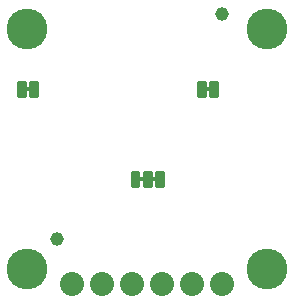
<source format=gbs>
G04 EAGLE Gerber RS-274X export*
G75*
%MOMM*%
%FSLAX34Y34*%
%LPD*%
%INSoldermask Bottom*%
%IPPOS*%
%AMOC8*
5,1,8,0,0,1.08239X$1,22.5*%
G01*
%ADD10C,1.152400*%
%ADD11C,3.454400*%
%ADD12C,0.251966*%
%ADD13C,2.032000*%

G36*
X27370Y175907D02*
X27370Y175907D01*
X27436Y175909D01*
X27479Y175927D01*
X27526Y175935D01*
X27583Y175969D01*
X27643Y175994D01*
X27678Y176025D01*
X27719Y176050D01*
X27761Y176101D01*
X27809Y176145D01*
X27831Y176187D01*
X27860Y176224D01*
X27881Y176286D01*
X27912Y176345D01*
X27920Y176399D01*
X27932Y176436D01*
X27931Y176476D01*
X27939Y176530D01*
X27939Y179070D01*
X27928Y179135D01*
X27926Y179201D01*
X27908Y179244D01*
X27900Y179291D01*
X27866Y179348D01*
X27841Y179408D01*
X27810Y179443D01*
X27785Y179484D01*
X27734Y179526D01*
X27690Y179574D01*
X27648Y179596D01*
X27611Y179625D01*
X27549Y179646D01*
X27490Y179677D01*
X27436Y179685D01*
X27399Y179697D01*
X27359Y179696D01*
X27305Y179704D01*
X23495Y179704D01*
X23430Y179693D01*
X23364Y179691D01*
X23321Y179673D01*
X23274Y179665D01*
X23217Y179631D01*
X23157Y179606D01*
X23122Y179575D01*
X23081Y179550D01*
X23040Y179499D01*
X22991Y179455D01*
X22969Y179413D01*
X22940Y179376D01*
X22919Y179314D01*
X22888Y179255D01*
X22880Y179201D01*
X22868Y179164D01*
X22868Y179161D01*
X22869Y179124D01*
X22861Y179070D01*
X22861Y176530D01*
X22872Y176465D01*
X22874Y176399D01*
X22892Y176356D01*
X22900Y176309D01*
X22934Y176252D01*
X22959Y176192D01*
X22990Y176157D01*
X23015Y176116D01*
X23066Y176075D01*
X23110Y176026D01*
X23152Y176004D01*
X23189Y175975D01*
X23251Y175954D01*
X23310Y175923D01*
X23364Y175915D01*
X23401Y175903D01*
X23441Y175904D01*
X23495Y175896D01*
X27305Y175896D01*
X27370Y175907D01*
G37*
G36*
X179770Y175907D02*
X179770Y175907D01*
X179836Y175909D01*
X179879Y175927D01*
X179926Y175935D01*
X179983Y175969D01*
X180043Y175994D01*
X180078Y176025D01*
X180119Y176050D01*
X180161Y176101D01*
X180209Y176145D01*
X180231Y176187D01*
X180260Y176224D01*
X180281Y176286D01*
X180312Y176345D01*
X180320Y176399D01*
X180332Y176436D01*
X180331Y176476D01*
X180339Y176530D01*
X180339Y179070D01*
X180328Y179135D01*
X180326Y179201D01*
X180308Y179244D01*
X180300Y179291D01*
X180266Y179348D01*
X180241Y179408D01*
X180210Y179443D01*
X180185Y179484D01*
X180134Y179526D01*
X180090Y179574D01*
X180048Y179596D01*
X180011Y179625D01*
X179949Y179646D01*
X179890Y179677D01*
X179836Y179685D01*
X179799Y179697D01*
X179759Y179696D01*
X179705Y179704D01*
X175895Y179704D01*
X175830Y179693D01*
X175764Y179691D01*
X175721Y179673D01*
X175674Y179665D01*
X175617Y179631D01*
X175557Y179606D01*
X175522Y179575D01*
X175481Y179550D01*
X175440Y179499D01*
X175391Y179455D01*
X175369Y179413D01*
X175340Y179376D01*
X175319Y179314D01*
X175288Y179255D01*
X175280Y179201D01*
X175268Y179164D01*
X175268Y179161D01*
X175269Y179124D01*
X175261Y179070D01*
X175261Y176530D01*
X175272Y176465D01*
X175274Y176399D01*
X175292Y176356D01*
X175300Y176309D01*
X175334Y176252D01*
X175359Y176192D01*
X175390Y176157D01*
X175415Y176116D01*
X175466Y176075D01*
X175510Y176026D01*
X175552Y176004D01*
X175589Y175975D01*
X175651Y175954D01*
X175710Y175923D01*
X175764Y175915D01*
X175801Y175903D01*
X175841Y175904D01*
X175895Y175896D01*
X179705Y175896D01*
X179770Y175907D01*
G37*
G36*
X134050Y99707D02*
X134050Y99707D01*
X134116Y99709D01*
X134159Y99727D01*
X134206Y99735D01*
X134263Y99769D01*
X134323Y99794D01*
X134358Y99825D01*
X134399Y99850D01*
X134441Y99901D01*
X134489Y99945D01*
X134511Y99987D01*
X134540Y100024D01*
X134561Y100086D01*
X134592Y100145D01*
X134600Y100199D01*
X134612Y100236D01*
X134611Y100276D01*
X134619Y100330D01*
X134619Y102870D01*
X134608Y102935D01*
X134606Y103001D01*
X134588Y103044D01*
X134580Y103091D01*
X134546Y103148D01*
X134521Y103208D01*
X134490Y103243D01*
X134465Y103284D01*
X134414Y103326D01*
X134370Y103374D01*
X134328Y103396D01*
X134291Y103425D01*
X134229Y103446D01*
X134170Y103477D01*
X134116Y103485D01*
X134079Y103497D01*
X134039Y103496D01*
X133985Y103504D01*
X130175Y103504D01*
X130110Y103493D01*
X130044Y103491D01*
X130001Y103473D01*
X129954Y103465D01*
X129897Y103431D01*
X129837Y103406D01*
X129802Y103375D01*
X129761Y103350D01*
X129720Y103299D01*
X129671Y103255D01*
X129649Y103213D01*
X129620Y103176D01*
X129599Y103114D01*
X129568Y103055D01*
X129560Y103001D01*
X129548Y102964D01*
X129548Y102961D01*
X129549Y102924D01*
X129541Y102870D01*
X129541Y100330D01*
X129552Y100265D01*
X129554Y100199D01*
X129572Y100156D01*
X129580Y100109D01*
X129614Y100052D01*
X129639Y99992D01*
X129670Y99957D01*
X129695Y99916D01*
X129746Y99875D01*
X129790Y99826D01*
X129832Y99804D01*
X129869Y99775D01*
X129931Y99754D01*
X129990Y99723D01*
X130044Y99715D01*
X130081Y99703D01*
X130121Y99704D01*
X130175Y99696D01*
X133985Y99696D01*
X134050Y99707D01*
G37*
G36*
X123890Y99707D02*
X123890Y99707D01*
X123956Y99709D01*
X123999Y99727D01*
X124046Y99735D01*
X124103Y99769D01*
X124163Y99794D01*
X124198Y99825D01*
X124239Y99850D01*
X124281Y99901D01*
X124329Y99945D01*
X124351Y99987D01*
X124380Y100024D01*
X124401Y100086D01*
X124432Y100145D01*
X124440Y100199D01*
X124452Y100236D01*
X124451Y100276D01*
X124459Y100330D01*
X124459Y102870D01*
X124448Y102935D01*
X124446Y103001D01*
X124428Y103044D01*
X124420Y103091D01*
X124386Y103148D01*
X124361Y103208D01*
X124330Y103243D01*
X124305Y103284D01*
X124254Y103326D01*
X124210Y103374D01*
X124168Y103396D01*
X124131Y103425D01*
X124069Y103446D01*
X124010Y103477D01*
X123956Y103485D01*
X123919Y103497D01*
X123879Y103496D01*
X123825Y103504D01*
X120015Y103504D01*
X119950Y103493D01*
X119884Y103491D01*
X119841Y103473D01*
X119794Y103465D01*
X119737Y103431D01*
X119677Y103406D01*
X119642Y103375D01*
X119601Y103350D01*
X119560Y103299D01*
X119511Y103255D01*
X119489Y103213D01*
X119460Y103176D01*
X119439Y103114D01*
X119408Y103055D01*
X119400Y103001D01*
X119388Y102964D01*
X119388Y102961D01*
X119389Y102924D01*
X119381Y102870D01*
X119381Y100330D01*
X119392Y100265D01*
X119394Y100199D01*
X119412Y100156D01*
X119420Y100109D01*
X119454Y100052D01*
X119479Y99992D01*
X119510Y99957D01*
X119535Y99916D01*
X119586Y99875D01*
X119630Y99826D01*
X119672Y99804D01*
X119709Y99775D01*
X119771Y99754D01*
X119830Y99723D01*
X119884Y99715D01*
X119921Y99703D01*
X119961Y99704D01*
X120015Y99696D01*
X123825Y99696D01*
X123890Y99707D01*
G37*
D10*
X50800Y50800D03*
X190500Y241300D03*
D11*
X228600Y25400D03*
X25400Y25400D03*
X228600Y228600D03*
X25400Y228600D03*
D12*
X134610Y107452D02*
X140218Y107452D01*
X140218Y95748D01*
X134610Y95748D01*
X134610Y107452D01*
X134610Y98142D02*
X140218Y98142D01*
X140218Y100536D02*
X134610Y100536D01*
X134610Y102930D02*
X140218Y102930D01*
X140218Y105324D02*
X134610Y105324D01*
X129804Y107452D02*
X124196Y107452D01*
X129804Y107452D02*
X129804Y95748D01*
X124196Y95748D01*
X124196Y107452D01*
X124196Y98142D02*
X129804Y98142D01*
X129804Y100536D02*
X124196Y100536D01*
X124196Y102930D02*
X129804Y102930D01*
X129804Y105324D02*
X124196Y105324D01*
X119390Y107452D02*
X113782Y107452D01*
X119390Y107452D02*
X119390Y95748D01*
X113782Y95748D01*
X113782Y107452D01*
X113782Y98142D02*
X119390Y98142D01*
X119390Y100536D02*
X113782Y100536D01*
X113782Y102930D02*
X119390Y102930D01*
X119390Y105324D02*
X113782Y105324D01*
X180203Y183652D02*
X185811Y183652D01*
X185811Y171948D01*
X180203Y171948D01*
X180203Y183652D01*
X180203Y174342D02*
X185811Y174342D01*
X185811Y176736D02*
X180203Y176736D01*
X180203Y179130D02*
X185811Y179130D01*
X185811Y181524D02*
X180203Y181524D01*
X175397Y183652D02*
X169789Y183652D01*
X175397Y183652D02*
X175397Y171948D01*
X169789Y171948D01*
X169789Y183652D01*
X169789Y174342D02*
X175397Y174342D01*
X175397Y176736D02*
X169789Y176736D01*
X169789Y179130D02*
X175397Y179130D01*
X175397Y181524D02*
X169789Y181524D01*
X33411Y183652D02*
X27803Y183652D01*
X33411Y183652D02*
X33411Y171948D01*
X27803Y171948D01*
X27803Y183652D01*
X27803Y174342D02*
X33411Y174342D01*
X33411Y176736D02*
X27803Y176736D01*
X27803Y179130D02*
X33411Y179130D01*
X33411Y181524D02*
X27803Y181524D01*
X22997Y183652D02*
X17389Y183652D01*
X22997Y183652D02*
X22997Y171948D01*
X17389Y171948D01*
X17389Y183652D01*
X17389Y174342D02*
X22997Y174342D01*
X22997Y176736D02*
X17389Y176736D01*
X17389Y179130D02*
X22997Y179130D01*
X22997Y181524D02*
X17389Y181524D01*
D13*
X63500Y12700D03*
X88900Y12700D03*
X114300Y12700D03*
X139700Y12700D03*
X165100Y12700D03*
X190500Y12700D03*
M02*

</source>
